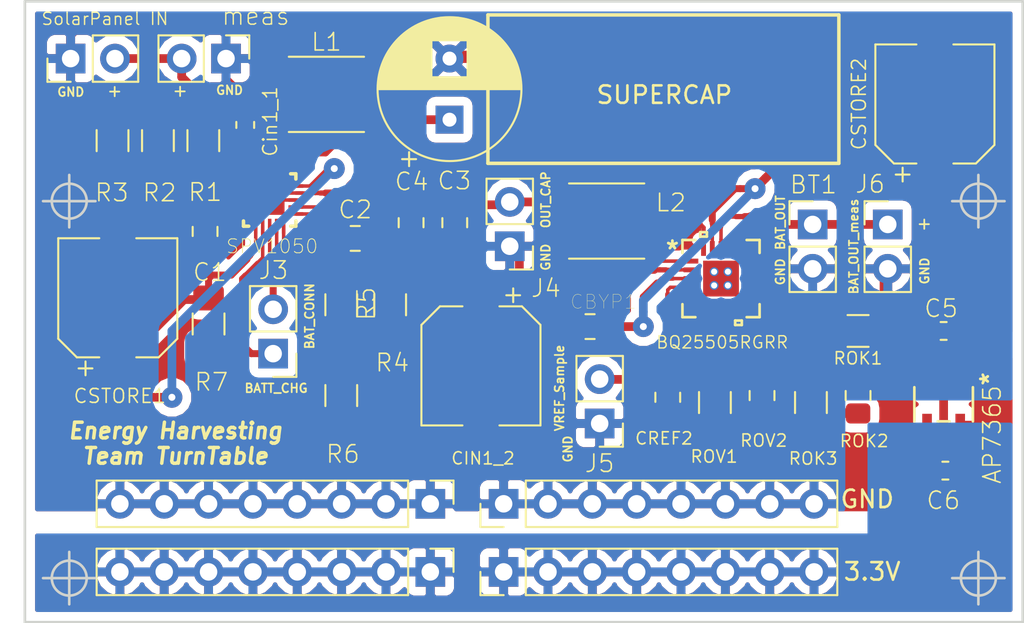
<source format=kicad_pcb>
(kicad_pcb (version 20171130) (host pcbnew "(5.0.1)-3")
  (layers (0 F.Cu signal) (31 B.Cu signal) (34 B.Paste user hide) (35 F.Paste user hide) (36 B.SilkS user) (37 F.SilkS user) (38 B.Mask user) (39 F.Mask user) (44 Edge.Cuts user))
  (net 0 "")
  (net 1 GND)
  (net 2 "Net-(BT1-Pad1)")
  (net 3 "Net-(C1-Pad2)")
  (net 4 "Net-(C2-Pad1)")
  (net 5 /BatteryLoader/input)
  (net 6 "Net-(C4-Pad1)")
  (net 7 "Net-(C5-Pad1)")
  (net 8 "Net-(C6-Pad1)")
  (net 9 "Net-(Cin1_1-Pad1)")
  (net 10 "Net-(CREF2-Pad1)")
  (net 11 "Net-(CSTORE1-Pad1)")
  (net 12 "Net-(J3-Pad1)")
  (net 13 "Net-(J3-Pad2)")
  (net 14 "Net-(L1-Pad2)")
  (net 15 "Net-(L1-Pad1)")
  (net 16 "Net-(L2-Pad1)")
  (net 17 "Net-(R1-Pad2)")
  (net 18 "Net-(R2-Pad2)")
  (net 19 "Net-(R4-Pad2)")
  (net 20 "Net-(R5-Pad1)")
  (net 21 "Net-(ROK1-Pad1)")
  (net 22 "Net-(ROK2-Pad1)")
  (net 23 "Net-(ROK3-Pad1)")
  (net 24 "Net-(ROV1-Pad1)")
  (net 25 "Net-(SUPERCAP1-Pad1)")
  (net 26 "Net-(U2-Pad9)")
  (net 27 "Net-(U2-Pad10)")
  (net 28 "Net-(U2-Pad13)")
  (net 29 "Net-(U2-Pad21)")
  (net 30 "Net-(U3-Pad4)")
  (module Connector_PinHeader_2.54mm:PinHeader_1x02_P2.54mm_Vertical (layer F.Cu) (at 164.5 96.6)
    (fp_text reference BT1 (at 0.0412 -2.2771) (layer F.SilkS) (effects (font (thickness 0.09))))
    (fp_text value Battery_Cell)
    (pad 2 thru_hole oval (at 0 2.54) (size 1.7 1.7) (drill 1) (layers *.Cu *.Mask) (net 1 GND))
    (pad 1 thru_hole rect (at 0 0) (size 1.7 1.7) (drill 1) (layers *.Cu *.Mask) (net 2 "Net-(BT1-Pad1)"))
  )
  (module Connector_PinHeader_2.54mm:PinHeader_1x02_P2.54mm_Vertical (layer F.Cu) (at 147.15 97.85 180)
    (fp_text reference J4 (at -2.075 -2.4038 180) (layer F.SilkS) (effects (font (thickness 0.09))))
    (fp_text value conn_supercap_meas_volt)
    (pad 1 thru_hole rect (at 0 0 180) (size 1.7 1.7) (drill 1) (layers *.Cu *.Mask) (net 1 GND))
    (pad 2 thru_hole oval (at 0 2.54 180) (size 1.7 1.7) (drill 1) (layers *.Cu *.Mask) (net 5 /BatteryLoader/input))
  )
  (module Capacitor_SMD:C_0805_2012Metric_Pad1.15x1.40mm_HandSolder (layer F.Cu) (at 129.7 97 90)
    (fp_text reference C1 (at -2.3394 0.2718 180) (layer F.SilkS) (effects (font (thickness 0.09))))
    (fp_text value "10 nF")
    (pad 2 smd roundrect (at 1.025 0 90) (size 1.15 1.4) (layers F.Cu F.Paste F.Mask) (roundrect_rratio 0.217391) (net 3 "Net-(C1-Pad2)"))
    (pad 1 smd roundrect (at -1.025 0 90) (size 1.15 1.4) (layers F.Cu F.Paste F.Mask) (roundrect_rratio 0.217391) (net 1 GND))
  )
  (module Capacitor_SMD:C_0805_2012Metric_Pad1.15x1.40mm_HandSolder (layer F.Cu) (at 138.3 97.4)
    (fp_text reference C2 (at 0 -1.65) (layer F.SilkS) (effects (font (thickness 0.09))))
    (fp_text value "470 nF")
    (pad 1 smd roundrect (at -1.025 0) (size 1.15 1.4) (layers F.Cu F.Paste F.Mask) (roundrect_rratio 0.217391) (net 4 "Net-(C2-Pad1)"))
    (pad 2 smd roundrect (at 1.025 0) (size 1.15 1.4) (layers F.Cu F.Paste F.Mask) (roundrect_rratio 0.217391) (net 1 GND))
  )
  (module Capacitor_SMD:C_0805_2012Metric_Pad1.15x1.40mm_HandSolder (layer F.Cu) (at 144 96.5 270)
    (fp_text reference C3 (at -2.4057 0.0201) (layer F.SilkS) (effects (font (thickness 0.09))))
    (fp_text value "100 nF")
    (pad 1 smd roundrect (at -1.025 0 270) (size 1.15 1.4) (layers F.Cu F.Paste F.Mask) (roundrect_rratio 0.217391) (net 5 /BatteryLoader/input))
    (pad 2 smd roundrect (at 1.025 0 270) (size 1.15 1.4) (layers F.Cu F.Paste F.Mask) (roundrect_rratio 0.217391) (net 1 GND))
  )
  (module Capacitor_SMD:C_0805_2012Metric_Pad1.15x1.40mm_HandSolder (layer F.Cu) (at 141.5 96.5 270)
    (fp_text reference C4 (at -2.3549 -0.0288) (layer F.SilkS) (effects (font (thickness 0.09))))
    (fp_text value "100 nF")
    (pad 2 smd roundrect (at 1.025 0 270) (size 1.15 1.4) (layers F.Cu F.Paste F.Mask) (roundrect_rratio 0.217391) (net 1 GND))
    (pad 1 smd roundrect (at -1.025 0 270) (size 1.15 1.4) (layers F.Cu F.Paste F.Mask) (roundrect_rratio 0.217391) (net 6 "Net-(C4-Pad1)"))
  )
  (module Capacitor_SMD:C_0603_1608Metric_Pad1.05x0.95mm_HandSolder (layer F.Cu) (at 172 102.7 180)
    (fp_text reference C5 (at 0.1436 1.2905 180) (layer F.SilkS) (effects (font (thickness 0.09))))
    (fp_text value 1u)
    (pad 1 smd roundrect (at -0.875 0 180) (size 1.05 0.95) (layers F.Cu F.Paste F.Mask) (net 7 "Net-(C5-Pad1)"))
    (pad 2 smd roundrect (at 0.875 0 180) (size 1.05 0.95) (layers F.Cu F.Paste F.Mask) (net 1 GND))
  )
  (module Capacitor_SMD:C_0603_1608Metric_Pad1.05x0.95mm_HandSolder (layer F.Cu) (at 172.1 110.7 180)
    (fp_text reference C6 (at 0.1166 -1.7077 180) (layer F.SilkS) (effects (font (thickness 0.09))))
    (fp_text value 1u)
    (pad 2 smd roundrect (at 0.875 0 180) (size 1.05 0.95) (layers F.Cu F.Paste F.Mask) (net 1 GND))
    (pad 1 smd roundrect (at -0.875 0 180) (size 1.05 0.95) (layers F.Cu F.Paste F.Mask) (net 8 "Net-(C6-Pad1)"))
  )
  (module Capacitor_SMD:C_0805_2012Metric_Pad1.15x1.40mm_HandSolder (layer F.Cu) (at 151.75 102.45 180)
    (fp_text reference CBYP1 (at -0.7643 1.4215 180) (layer F.SilkS) (effects (font (size 0.8 0.8) (thickness 0.02))))
    (fp_text value "0.1 uF")
    (pad 1 smd roundrect (at -1.025 0 180) (size 1.15 1.4) (layers F.Cu F.Paste F.Mask) (roundrect_rratio 0.217391) (net 7 "Net-(C5-Pad1)"))
    (pad 2 smd roundrect (at 1.025 0 180) (size 1.15 1.4) (layers F.Cu F.Paste F.Mask) (roundrect_rratio 0.217391) (net 1 GND))
  )
  (module Capacitor_SMD:C_0603_1608Metric_Pad1.05x0.95mm_HandSolder (layer F.Cu) (at 132 90.9 90)
    (fp_text reference Cin1_1 (at 0.1966 1.4262 270) (layer F.SilkS) (effects (font (size 0.8 0.8) (thickness 0.09))))
    (fp_text value "1 uF")
    (pad 1 smd roundrect (at -0.875 0 90) (size 1.05 0.95) (layers F.Cu F.Paste F.Mask) (net 9 "Net-(Cin1_1-Pad1)"))
    (pad 2 smd roundrect (at 0.875 0 90) (size 1.05 0.95) (layers F.Cu F.Paste F.Mask) (net 1 GND))
  )
  (module Capacitor_SMD:CP_Elec_6.3x5.3 (layer F.Cu) (at 145.5 104.7 270)
    (fp_text reference CIN1_2 (at 5.2947 -0.1182) (layer F.SilkS) (effects (font (size 0.7 0.7) (thickness 0.09))))
    (fp_text value "4.7 uF")
    (pad 2 smd rect (at 2.8 0 270) (size 3.5 1.6) (layers F.Cu F.Paste F.Mask) (net 1 GND))
    (pad 1 smd rect (at -2.8 0 270) (size 3.5 1.6) (layers F.Cu F.Paste F.Mask) (net 5 /BatteryLoader/input))
  )
  (module Capacitor_SMD:C_0805_2012Metric_Pad1.15x1.40mm_HandSolder (layer F.Cu) (at 156.2 106.5 270)
    (fp_text reference CREF2 (at 2.3517 0.2186) (layer F.SilkS) (effects (font (size 0.7 0.7) (thickness 0.09))))
    (fp_text value "100 nF")
    (pad 2 smd roundrect (at 1.025 0 270) (size 1.15 1.4) (layers F.Cu F.Paste F.Mask) (roundrect_rratio 0.217391) (net 1 GND))
    (pad 1 smd roundrect (at -1.025 0 270) (size 1.15 1.4) (layers F.Cu F.Paste F.Mask) (roundrect_rratio 0.217391) (net 10 "Net-(CREF2-Pad1)"))
  )
  (module Capacitor_SMD:CP_Elec_6.3x5.3 (layer F.Cu) (at 171.5 89.7 90)
    (fp_text reference CSTORE2 (at 0 -4.35 90) (layer F.SilkS) (effects (font (size 0.8 0.8) (thickness 0.09))))
    (fp_text value "4.7 uF")
    (pad 1 smd rect (at -2.8 0 90) (size 3.5 1.6) (layers F.Cu F.Paste F.Mask) (net 7 "Net-(C5-Pad1)"))
    (pad 2 smd rect (at 2.8 0 90) (size 3.5 1.6) (layers F.Cu F.Paste F.Mask) (net 1 GND))
  )
  (module Capacitor_SMD:CP_Elec_6.3x5.3 (layer F.Cu) (at 124.7 100.8 90)
    (fp_text reference CSTORE1 (at -5.626 0.1156 180) (layer F.SilkS) (effects (font (size 0.8 0.8) (thickness 0.09))))
    (fp_text value "47 uF")
    (pad 1 smd rect (at -2.8 0 90) (size 3.5 1.6) (layers F.Cu F.Paste F.Mask) (net 11 "Net-(CSTORE1-Pad1)"))
    (pad 2 smd rect (at 2.8 0 90) (size 3.5 1.6) (layers F.Cu F.Paste F.Mask) (net 1 GND))
  )
  (module Connector_PinHeader_2.54mm:PinHeader_1x02_P2.54mm_Vertical (layer F.Cu) (at 122 87.1 90)
    (fp_text reference "SolarPanel IN" (at 2.2767 1.9647 180) (layer F.SilkS) (effects (font (size 0.7 0.7) (thickness 0.08))))
    (fp_text value conn_solarpanel)
    (pad 2 thru_hole oval (at 0 2.54 90) (size 1.7 1.7) (drill 1) (layers *.Cu *.Mask) (net 9 "Net-(Cin1_1-Pad1)"))
    (pad 1 thru_hole rect (at 0 0 90) (size 1.7 1.7) (drill 1) (layers *.Cu *.Mask) (net 1 GND))
  )
  (module Connector_PinHeader_2.54mm:PinHeader_1x02_P2.54mm_Vertical (layer F.Cu) (at 130.9 87.1 270)
    (fp_text reference meas (at -2.4291 -1.7007 180) (layer F.SilkS) (effects (font (thickness 0.08))))
    (fp_text value conn_meas_solarpanel)
    (pad 2 thru_hole oval (at 0 2.54 270) (size 1.7 1.7) (drill 1) (layers *.Cu *.Mask) (net 9 "Net-(Cin1_1-Pad1)"))
    (pad 1 thru_hole rect (at 0 0 270) (size 1.7 1.7) (drill 1) (layers *.Cu *.Mask) (net 1 GND))
  )
  (module Connector_PinHeader_2.54mm:PinHeader_1x02_P2.54mm_Vertical (layer F.Cu) (at 133.6 104 180)
    (fp_text reference J3 (at -0.0167 4.7749 180) (layer F.SilkS) (effects (font (thickness 0.09))))
    (fp_text value output_connect_pins)
    (pad 1 thru_hole rect (at 0 0 180) (size 1.7 1.7) (drill 1) (layers *.Cu *.Mask) (net 12 "Net-(J3-Pad1)"))
    (pad 2 thru_hole oval (at 0 2.54 180) (size 1.7 1.7) (drill 1) (layers *.Cu *.Mask) (net 13 "Net-(J3-Pad2)"))
  )
  (module Connector_PinHeader_2.54mm:PinHeader_1x02_P2.54mm_Vertical (layer F.Cu) (at 152.3 108 180)
    (fp_text reference J5 (at 0.0016 -2.2868 180) (layer F.SilkS) (effects (font (thickness 0.09))))
    (fp_text value conn_meas_VREF_Sample)
    (pad 1 thru_hole rect (at 0 0 180) (size 1.7 1.7) (drill 1) (layers *.Cu *.Mask) (net 1 GND))
    (pad 2 thru_hole oval (at 0 2.54 180) (size 1.7 1.7) (drill 1) (layers *.Cu *.Mask) (net 10 "Net-(CREF2-Pad1)"))
  )
  (module Connector_PinHeader_2.54mm:PinHeader_1x02_P2.54mm_Vertical (layer F.Cu) (at 168.8 96.6)
    (fp_text reference J6 (at -1.0076 -2.3152) (layer F.SilkS) (effects (font (thickness 0.09))))
    (fp_text value conn_meas_battery)
    (pad 1 thru_hole rect (at 0 0) (size 1.7 1.7) (drill 1) (layers *.Cu *.Mask) (net 2 "Net-(BT1-Pad1)"))
    (pad 2 thru_hole oval (at 0 2.54) (size 1.7 1.7) (drill 1) (layers *.Cu *.Mask) (net 1 GND))
  )
  (module Connector_PinHeader_2.54mm:PinHeader_1x08_P2.54mm_Vertical (layer F.Cu) (at 142.6 116.5 270)
    (fp_text reference 3.3V (at -0.0156 -25.3067) (layer F.SilkS))
    (fp_text value Conn_3V3_2)
    (pad 8 thru_hole oval (at 0 17.78 270) (size 1.7 1.7) (drill 1) (layers *.Cu *.Mask) (net 8 "Net-(C6-Pad1)"))
    (pad 7 thru_hole oval (at 0 15.24 270) (size 1.7 1.7) (drill 1) (layers *.Cu *.Mask) (net 8 "Net-(C6-Pad1)"))
    (pad 6 thru_hole oval (at 0 12.7 270) (size 1.7 1.7) (drill 1) (layers *.Cu *.Mask) (net 8 "Net-(C6-Pad1)"))
    (pad 5 thru_hole oval (at 0 10.16 270) (size 1.7 1.7) (drill 1) (layers *.Cu *.Mask) (net 8 "Net-(C6-Pad1)"))
    (pad 4 thru_hole oval (at 0 7.62 270) (size 1.7 1.7) (drill 1) (layers *.Cu *.Mask) (net 8 "Net-(C6-Pad1)"))
    (pad 3 thru_hole oval (at 0 5.08 270) (size 1.7 1.7) (drill 1) (layers *.Cu *.Mask) (net 8 "Net-(C6-Pad1)"))
    (pad 2 thru_hole oval (at 0 2.54 270) (size 1.7 1.7) (drill 1) (layers *.Cu *.Mask) (net 8 "Net-(C6-Pad1)"))
    (pad 1 thru_hole rect (at 0 0 270) (size 1.7 1.7) (drill 1) (layers *.Cu *.Mask) (net 8 "Net-(C6-Pad1)"))
  )
  (module Connector_PinHeader_2.54mm:PinHeader_1x08_P2.54mm_Vertical (layer F.Cu) (at 146.8 116.5 90)
    (fp_text reference "" (at -0.1114 -25.1848 180) (layer F.SilkS))
    (fp_text value Conn_3V3)
    (pad 1 thru_hole rect (at 0 0 90) (size 1.7 1.7) (drill 1) (layers *.Cu *.Mask) (net 8 "Net-(C6-Pad1)"))
    (pad 2 thru_hole oval (at 0 2.54 90) (size 1.7 1.7) (drill 1) (layers *.Cu *.Mask) (net 8 "Net-(C6-Pad1)"))
    (pad 3 thru_hole oval (at 0 5.08 90) (size 1.7 1.7) (drill 1) (layers *.Cu *.Mask) (net 8 "Net-(C6-Pad1)"))
    (pad 4 thru_hole oval (at 0 7.62 90) (size 1.7 1.7) (drill 1) (layers *.Cu *.Mask) (net 8 "Net-(C6-Pad1)"))
    (pad 5 thru_hole oval (at 0 10.16 90) (size 1.7 1.7) (drill 1) (layers *.Cu *.Mask) (net 8 "Net-(C6-Pad1)"))
    (pad 6 thru_hole oval (at 0 12.7 90) (size 1.7 1.7) (drill 1) (layers *.Cu *.Mask) (net 8 "Net-(C6-Pad1)"))
    (pad 7 thru_hole oval (at 0 15.24 90) (size 1.7 1.7) (drill 1) (layers *.Cu *.Mask) (net 8 "Net-(C6-Pad1)"))
    (pad 8 thru_hole oval (at 0 17.78 90) (size 1.7 1.7) (drill 1) (layers *.Cu *.Mask) (net 8 "Net-(C6-Pad1)"))
  )
  (module Connector_PinHeader_2.54mm:PinHeader_1x08_P2.54mm_Vertical (layer F.Cu) (at 146.8 112.6 90)
    (fp_text reference GND (at 0.2685 20.8273 180) (layer F.SilkS))
    (fp_text value Conn_GND)
    (pad 8 thru_hole oval (at 0 17.78 90) (size 1.7 1.7) (drill 1) (layers *.Cu *.Mask) (net 1 GND))
    (pad 7 thru_hole oval (at 0 15.24 90) (size 1.7 1.7) (drill 1) (layers *.Cu *.Mask) (net 1 GND))
    (pad 6 thru_hole oval (at 0 12.7 90) (size 1.7 1.7) (drill 1) (layers *.Cu *.Mask) (net 1 GND))
    (pad 5 thru_hole oval (at 0 10.16 90) (size 1.7 1.7) (drill 1) (layers *.Cu *.Mask) (net 1 GND))
    (pad 4 thru_hole oval (at 0 7.62 90) (size 1.7 1.7) (drill 1) (layers *.Cu *.Mask) (net 1 GND))
    (pad 3 thru_hole oval (at 0 5.08 90) (size 1.7 1.7) (drill 1) (layers *.Cu *.Mask) (net 1 GND))
    (pad 2 thru_hole oval (at 0 2.54 90) (size 1.7 1.7) (drill 1) (layers *.Cu *.Mask) (net 1 GND))
    (pad 1 thru_hole rect (at 0 0 90) (size 1.7 1.7) (drill 1) (layers *.Cu *.Mask) (net 1 GND))
  )
  (module Connector_PinHeader_2.54mm:PinHeader_1x08_P2.54mm_Vertical (layer F.Cu) (at 142.6 112.6 270)
    (fp_text reference "" (at 0.0744 21.0991) (layer F.SilkS))
    (fp_text value Conn_GND_2)
    (pad 1 thru_hole rect (at 0 0 270) (size 1.7 1.7) (drill 1) (layers *.Cu *.Mask) (net 1 GND))
    (pad 2 thru_hole oval (at 0 2.54 270) (size 1.7 1.7) (drill 1) (layers *.Cu *.Mask) (net 1 GND))
    (pad 3 thru_hole oval (at 0 5.08 270) (size 1.7 1.7) (drill 1) (layers *.Cu *.Mask) (net 1 GND))
    (pad 4 thru_hole oval (at 0 7.62 270) (size 1.7 1.7) (drill 1) (layers *.Cu *.Mask) (net 1 GND))
    (pad 5 thru_hole oval (at 0 10.16 270) (size 1.7 1.7) (drill 1) (layers *.Cu *.Mask) (net 1 GND))
    (pad 6 thru_hole oval (at 0 12.7 270) (size 1.7 1.7) (drill 1) (layers *.Cu *.Mask) (net 1 GND))
    (pad 7 thru_hole oval (at 0 15.24 270) (size 1.7 1.7) (drill 1) (layers *.Cu *.Mask) (net 1 GND))
    (pad 8 thru_hole oval (at 0 17.78 270) (size 1.7 1.7) (drill 1) (layers *.Cu *.Mask) (net 1 GND))
  )
  (module Inductor_SMD:L_Coilcraft_XxL4040 (layer F.Cu) (at 136.65 89.15)
    (fp_text reference L1 (at 0 -3) (layer F.SilkS) (effects (font (thickness 0.09))))
    (fp_text value "22 uH")
    (pad 2 smd rect (at 1.185 0) (size 0.98 3.4) (layers F.Cu F.Paste F.Mask) (net 14 "Net-(L1-Pad2)"))
    (pad 1 smd rect (at -1.185 0) (size 0.98 3.4) (layers F.Cu F.Paste F.Mask) (net 15 "Net-(L1-Pad1)"))
  )
  (module Inductor_SMD:L_Coilcraft_XxL4040 (layer F.Cu) (at 152.7 96.4057 180)
    (fp_text reference L2 (at -3.6751 1.0541 180) (layer F.SilkS) (effects (font (thickness 0.09))))
    (fp_text value "22 uH")
    (pad 1 smd rect (at -1.185 0 180) (size 0.98 3.4) (layers F.Cu F.Paste F.Mask) (net 16 "Net-(L2-Pad1)"))
    (pad 2 smd rect (at 1.185 0 180) (size 0.98 3.4) (layers F.Cu F.Paste F.Mask) (net 5 /BatteryLoader/input))
  )
  (module Resistor_SMD:R_1206_3216Metric_Pad1.42x1.75mm_HandSolder (layer F.Cu) (at 129.6 91.8 270)
    (fp_text reference R1 (at 2.9547 -0.1051) (layer F.SilkS) (effects (font (thickness 0.09))))
    (fp_text value "10 M")
    (pad 2 smd roundrect (at 1.4875 0 270) (size 1.425 1.75) (layers F.Cu F.Paste F.Mask) (roundrect_rratio 0.175439) (net 17 "Net-(R1-Pad2)"))
    (pad 1 smd roundrect (at -1.4875 0 270) (size 1.425 1.75) (layers F.Cu F.Paste F.Mask) (roundrect_rratio 0.175439) (net 9 "Net-(Cin1_1-Pad1)"))
  )
  (module Resistor_SMD:R_1206_3216Metric_Pad1.42x1.75mm_HandSolder (layer F.Cu) (at 127 91.8 90)
    (fp_text reference R2 (at -2.9801 0.0889 180) (layer F.SilkS) (effects (font (thickness 0.09))))
    (fp_text value "560 K")
    (pad 1 smd roundrect (at -1.4875 0 90) (size 1.425 1.75) (layers F.Cu F.Paste F.Mask) (roundrect_rratio 0.175439) (net 17 "Net-(R1-Pad2)"))
    (pad 2 smd roundrect (at 1.4875 0 90) (size 1.425 1.75) (layers F.Cu F.Paste F.Mask) (roundrect_rratio 0.175439) (net 18 "Net-(R2-Pad2)"))
  )
  (module Resistor_SMD:R_1206_3216Metric_Pad1.42x1.75mm_HandSolder (layer F.Cu) (at 124.4 91.8 90)
    (fp_text reference R3 (at -2.9801 -0.0416 180) (layer F.SilkS) (effects (font (thickness 0.09))))
    (fp_text value "2.7 M")
    (pad 1 smd roundrect (at -1.4875 0 90) (size 1.425 1.75) (layers F.Cu F.Paste F.Mask) (roundrect_rratio 0.175439) (net 18 "Net-(R2-Pad2)"))
    (pad 2 smd roundrect (at 1.4875 0 90) (size 1.425 1.75) (layers F.Cu F.Paste F.Mask) (roundrect_rratio 0.175439) (net 1 GND))
  )
  (module Resistor_SMD:R_1206_3216Metric_Pad1.42x1.75mm_HandSolder (layer F.Cu) (at 140.3 101.2 270)
    (fp_text reference R4 (at 3.321 -0.1239) (layer F.SilkS) (effects (font (thickness 0.09))))
    (fp_text value "3.9 M")
    (pad 2 smd roundrect (at 1.4875 0 270) (size 1.425 1.75) (layers F.Cu F.Paste F.Mask) (roundrect_rratio 0.175439) (net 19 "Net-(R4-Pad2)"))
    (pad 1 smd roundrect (at -1.4875 0 270) (size 1.425 1.75) (layers F.Cu F.Paste F.Mask) (roundrect_rratio 0.175439) (net 4 "Net-(C2-Pad1)"))
  )
  (module Resistor_SMD:R_1206_3216Metric_Pad1.42x1.75mm_HandSolder (layer F.Cu) (at 137.5 101.2 90)
    (fp_text reference R5 (at 0.0572 1.438 90) (layer F.SilkS) (effects (font (thickness 0.09))))
    (fp_text value "1.5 M")
    (pad 1 smd roundrect (at -1.4875 0 90) (size 1.425 1.75) (layers F.Cu F.Paste F.Mask) (roundrect_rratio 0.175439) (net 20 "Net-(R5-Pad1)"))
    (pad 2 smd roundrect (at 1.4875 0 90) (size 1.425 1.75) (layers F.Cu F.Paste F.Mask) (roundrect_rratio 0.175439) (net 4 "Net-(C2-Pad1)"))
  )
  (module Resistor_SMD:R_1206_3216Metric_Pad1.42x1.75mm_HandSolder (layer F.Cu) (at 137.5 106.4 90)
    (fp_text reference R6 (at -3.3534 0.0918 180) (layer F.SilkS) (effects (font (thickness 0.09))))
    (fp_text value "7.5 M")
    (pad 2 smd roundrect (at 1.4875 0 90) (size 1.425 1.75) (layers F.Cu F.Paste F.Mask) (roundrect_rratio 0.175439) (net 20 "Net-(R5-Pad1)"))
    (pad 1 smd roundrect (at -1.4875 0 90) (size 1.425 1.75) (layers F.Cu F.Paste F.Mask) (roundrect_rratio 0.175439) (net 1 GND))
  )
  (module Resistor_SMD:R_1206_3216Metric_Pad1.42x1.75mm_HandSolder (layer F.Cu) (at 129.9 102.3 90)
    (fp_text reference R7 (at -3.3259 0.1607 180) (layer F.SilkS) (effects (font (thickness 0.09))))
    (fp_text value "3.3 M")
    (pad 1 smd roundrect (at -1.4875 0 90) (size 1.425 1.75) (layers F.Cu F.Paste F.Mask) (roundrect_rratio 0.175439) (net 19 "Net-(R4-Pad2)"))
    (pad 2 smd roundrect (at 1.4875 0 90) (size 1.425 1.75) (layers F.Cu F.Paste F.Mask) (roundrect_rratio 0.175439) (net 11 "Net-(CSTORE1-Pad1)"))
  )
  (module Resistor_SMD:R_1206_3216Metric_Pad1.42x1.75mm_HandSolder (layer F.Cu) (at 167.1 102.7)
    (fp_text reference ROK1 (at -0.0061 1.567) (layer F.SilkS) (effects (font (size 0.7 0.7) (thickness 0.09))))
    (fp_text value 5.23)
    (pad 2 smd roundrect (at 1.4875 0) (size 1.425 1.75) (layers F.Cu F.Paste F.Mask) (roundrect_rratio 0.175439) (net 1 GND))
    (pad 1 smd roundrect (at -1.4875 0) (size 1.425 1.75) (layers F.Cu F.Paste F.Mask) (roundrect_rratio 0.175439) (net 21 "Net-(ROK1-Pad1)"))
  )
  (module Resistor_SMD:R_0805_2012Metric_Pad1.15x1.40mm_HandSolder (layer F.Cu) (at 167.1 106.4 90)
    (fp_text reference ROK2 (at -2.6041 0.3495 180) (layer F.SilkS) (effects (font (size 0.7 0.7) (thickness 0.09))))
    (fp_text value "6.34 M")
    (pad 1 smd roundrect (at -1.025 0 90) (size 1.15 1.4) (layers F.Cu F.Paste F.Mask) (roundrect_rratio 0.217391) (net 22 "Net-(ROK2-Pad1)"))
    (pad 2 smd roundrect (at 1.025 0 90) (size 1.15 1.4) (layers F.Cu F.Paste F.Mask) (roundrect_rratio 0.217391) (net 21 "Net-(ROK1-Pad1)"))
  )
  (module Resistor_SMD:R_1206_3216Metric_Pad1.42x1.75mm_HandSolder (layer F.Cu) (at 164.4 106.8 90)
    (fp_text reference ROK3 (at -3.2074 0.1285 180) (layer F.SilkS) (effects (font (size 0.7 0.7) (thickness 0.09))))
    (fp_text value "1.3 M")
    (pad 1 smd roundrect (at -1.4875 0 90) (size 1.425 1.75) (layers F.Cu F.Paste F.Mask) (roundrect_rratio 0.175439) (net 23 "Net-(ROK3-Pad1)"))
    (pad 2 smd roundrect (at 1.4875 0 90) (size 1.425 1.75) (layers F.Cu F.Paste F.Mask) (roundrect_rratio 0.175439) (net 22 "Net-(ROK2-Pad1)"))
  )
  (module Resistor_SMD:R_1206_3216Metric_Pad1.42x1.75mm_HandSolder (layer F.Cu) (at 158.9 106.8 270)
    (fp_text reference ROV1 (at 3.0931 0.0484) (layer F.SilkS) (effects (font (size 0.7 0.7) (thickness 0.09))))
    (fp_text value "5.62 M")
    (pad 2 smd roundrect (at 1.4875 0 270) (size 1.425 1.75) (layers F.Cu F.Paste F.Mask) (roundrect_rratio 0.175439) (net 1 GND))
    (pad 1 smd roundrect (at -1.4875 0 270) (size 1.425 1.75) (layers F.Cu F.Paste F.Mask) (roundrect_rratio 0.175439) (net 24 "Net-(ROV1-Pad1)"))
  )
  (module Resistor_SMD:R_0805_2012Metric_Pad1.15x1.40mm_HandSolder (layer F.Cu) (at 161.6 106.4 90)
    (fp_text reference ROV2 (at -2.5787 0.0964 180) (layer F.SilkS) (effects (font (size 0.7 0.7) (thickness 0.09))))
    (fp_text value "7.32 M")
    (pad 2 smd roundrect (at 1.025 0 90) (size 1.15 1.4) (layers F.Cu F.Paste F.Mask) (roundrect_rratio 0.217391) (net 24 "Net-(ROV1-Pad1)"))
    (pad 1 smd roundrect (at -1.025 0 90) (size 1.15 1.4) (layers F.Cu F.Paste F.Mask) (roundrect_rratio 0.217391) (net 23 "Net-(ROK3-Pad1)"))
  )
  (module Capacitor_THT:CP_Radial_D8.0mm_P3.50mm (layer F.Cu) (at 143.7 90.6 90)
    (fp_text reference SUPERCAP (at 1.4206 12.3068 180) (layer F.SilkS))
    (fp_text value "3.3 F")
    (pad 2 thru_hole circle (at 3.5 0 90) (size 1.6 1.6) (drill 0.8) (layers *.Cu *.Mask) (net 1 GND))
    (pad 1 thru_hole rect (at 0 0 90) (size 1.6 1.6) (drill 0.8) (layers *.Cu *.Mask) (net 25 "Net-(SUPERCAP1-Pad1)"))
  )
  (module extraFootprints:QFN40P300X300X100-21N (layer F.Cu) (at 133.4 95.2)
    (fp_text reference SPV1050 (at 0.1405 2.6535) (layer F.SilkS) (effects (font (size 0.8 0.8) (thickness 0.05))))
    (fp_text value SPV1050TTR)
    (pad 1 smd rect (at -1.5 -0.8) (size 0.85 0.2) (layers F.Cu F.Paste F.Mask) (net 17 "Net-(R1-Pad2)"))
    (pad 2 smd rect (at -1.5 -0.4) (size 0.85 0.2) (layers F.Cu F.Paste F.Mask) (net 18 "Net-(R2-Pad2)"))
    (pad 3 smd rect (at -1.5 0) (size 0.85 0.2) (layers F.Cu F.Paste F.Mask) (net 3 "Net-(C1-Pad2)"))
    (pad 4 smd rect (at -1.5 0.4) (size 0.85 0.2) (layers F.Cu F.Paste F.Mask) (net 1 GND))
    (pad 5 smd rect (at -1.5 0.8) (size 0.85 0.2) (layers F.Cu F.Paste F.Mask) (net 1 GND))
    (pad 6 smd rect (at -0.8 1.5) (size 0.2 0.85) (layers F.Cu F.Paste F.Mask) (net 11 "Net-(CSTORE1-Pad1)"))
    (pad 7 smd rect (at -0.4 1.5) (size 0.2 0.85) (layers F.Cu F.Paste F.Mask) (net 12 "Net-(J3-Pad1)"))
    (pad 8 smd rect (at 0 1.5) (size 0.2 0.85) (layers F.Cu F.Paste F.Mask) (net 13 "Net-(J3-Pad2)"))
    (pad 9 smd rect (at 0.4 1.5) (size 0.2 0.85) (layers F.Cu F.Paste F.Mask) (net 20 "Net-(R5-Pad1)"))
    (pad 10 smd rect (at 0.8 1.5) (size 0.2 0.85) (layers F.Cu F.Paste F.Mask) (net 4 "Net-(C2-Pad1)"))
    (pad 11 smd rect (at 1.5 0.8) (size 0.85 0.2) (layers F.Cu F.Paste F.Mask) (net 6 "Net-(C4-Pad1)"))
    (pad 12 smd rect (at 1.5 0.4) (size 0.85 0.2) (layers F.Cu F.Paste F.Mask) (net 5 /BatteryLoader/input))
    (pad 13 smd rect (at 1.5 0) (size 0.85 0.2) (layers F.Cu F.Paste F.Mask) (net 1 GND))
    (pad 14 smd rect (at 1.5 -0.4) (size 0.85 0.2) (layers F.Cu F.Paste F.Mask) (net 25 "Net-(SUPERCAP1-Pad1)"))
    (pad 15 smd rect (at 1.5 -0.8) (size 0.85 0.2) (layers F.Cu F.Paste F.Mask) (net 11 "Net-(CSTORE1-Pad1)"))
    (pad 16 smd rect (at 0.8 -1.5) (size 0.2 0.85) (layers F.Cu F.Paste F.Mask) (net 14 "Net-(L1-Pad2)"))
    (pad 17 smd rect (at 0.4 -1.5) (size 0.2 0.85) (layers F.Cu F.Paste F.Mask))
    (pad 18 smd rect (at 0 -1.5) (size 0.2 0.85) (layers F.Cu F.Paste F.Mask) (net 1 GND))
    (pad 19 smd rect (at -0.4 -1.5) (size 0.2 0.85) (layers F.Cu F.Paste F.Mask) (net 15 "Net-(L1-Pad1)"))
    (pad 20 smd rect (at -0.8 -1.5) (size 0.2 0.85) (layers F.Cu F.Paste F.Mask) (net 9 "Net-(Cin1_1-Pad1)"))
    (pad 21 smd rect (at 0 0) (size 1.7 1.7) (layers F.Cu F.Mask) (net 1 GND))
  )
  (module extraFootprints:BQ25505RGRR (layer F.Cu) (at 159.25 99.7)
    (fp_text reference "" (at 0.7319 -3.2181) (layer F.SilkS))
    (fp_text value BQ25505RGRR (at 0.0715 3.6526) (layer F.SilkS) (effects (font (size 0.7 0.7) (thickness 0.08))))
    (fp_text user * (at -2.785 -1.631) (layer F.SilkS))
    (fp_text user * (at -2.785 -1.631) (layer F.SilkS))
    (pad 1 smd rect (at -1.725 -1.000001 90) (size 0.28 0.85) (layers F.Cu F.Paste F.Mask) (net 1 GND))
    (pad 2 smd rect (at -1.725 -0.499999 90) (size 0.28 0.85) (layers F.Cu F.Paste F.Mask) (net 5 /BatteryLoader/input))
    (pad 3 smd rect (at -1.725 0 90) (size 0.28 0.85) (layers F.Cu F.Paste F.Mask) (net 7 "Net-(C5-Pad1)"))
    (pad 4 smd rect (at -1.725 0.499999 90) (size 0.28 0.85) (layers F.Cu F.Paste F.Mask) (net 10 "Net-(CREF2-Pad1)"))
    (pad 5 smd rect (at -1.725 1.000001 90) (size 0.28 0.85) (layers F.Cu F.Paste F.Mask) (net 1 GND))
    (pad 6 smd rect (at -1.000252 1.725) (size 0.28 0.85) (layers F.Cu F.Paste F.Mask) (net 1 GND))
    (pad 7 smd rect (at -0.500126 1.725) (size 0.28 0.85) (layers F.Cu F.Paste F.Mask) (net 24 "Net-(ROV1-Pad1)"))
    (pad 8 smd rect (at 0 1.725) (size 0.28 0.85) (layers F.Cu F.Paste F.Mask) (net 23 "Net-(ROK3-Pad1)"))
    (pad 9 smd rect (at 0.500126 1.725) (size 0.28 0.85) (layers F.Cu F.Paste F.Mask) (net 26 "Net-(U2-Pad9)"))
    (pad 10 smd rect (at 1.000252 1.725) (size 0.28 0.85) (layers F.Cu F.Paste F.Mask) (net 27 "Net-(U2-Pad10)"))
    (pad 11 smd rect (at 1.725 1.000001 90) (size 0.28 0.85) (layers F.Cu F.Paste F.Mask) (net 22 "Net-(ROK2-Pad1)"))
    (pad 12 smd rect (at 1.725 0.499999 90) (size 0.28 0.85) (layers F.Cu F.Paste F.Mask) (net 21 "Net-(ROK1-Pad1)"))
    (pad 13 smd rect (at 1.725 0 90) (size 0.28 0.85) (layers F.Cu F.Paste F.Mask) (net 28 "Net-(U2-Pad13)"))
    (pad 14 smd rect (at 1.725 -0.499999 90) (size 0.28 0.85) (layers F.Cu F.Paste F.Mask) (net 1 GND))
    (pad 15 smd rect (at 1.725 -1.000001 90) (size 0.28 0.85) (layers F.Cu F.Paste F.Mask) (net 1 GND))
    (pad 16 smd rect (at 1.000252 -1.725) (size 0.28 0.85) (layers F.Cu F.Paste F.Mask) (net 1 GND))
    (pad 17 smd rect (at 0.500126 -1.725) (size 0.28 0.85) (layers F.Cu F.Paste F.Mask) (net 1 GND))
    (pad 18 smd rect (at 0 -1.725) (size 0.28 0.85) (layers F.Cu F.Paste F.Mask) (net 2 "Net-(BT1-Pad1)"))
    (pad 19 smd rect (at -0.500126 -1.725) (size 0.28 0.85) (layers F.Cu F.Paste F.Mask) (net 7 "Net-(C5-Pad1)"))
    (pad 20 smd rect (at -1.000252 -1.725) (size 0.28 0.85) (layers F.Cu F.Paste F.Mask) (net 16 "Net-(L2-Pad1)"))
    (pad 21 smd rect (at 0 0) (size 2.05 2.05) (layers F.Cu F.Paste F.Mask) (net 29 "Net-(U2-Pad21)"))
    (pad V thru_hole circle (at -0.3937 0.3937) (size 0.508 0.508) (drill 0.35) (layers *.Cu *.Mask))
    (pad V thru_hole circle (at -0.3937 -0.3937) (size 0.508 0.508) (drill 0.35) (layers *.Cu *.Mask))
    (pad V thru_hole circle (at 0.3937 0.3937) (size 0.508 0.508) (drill 0.35) (layers *.Cu *.Mask))
    (pad V thru_hole circle (at 0.3937 -0.3937) (size 0.508 0.508) (drill 0.35) (layers *.Cu *.Mask))
  )
  (module extraFootprints:AP7365-WG-7 (layer F.Cu) (at 172 106.9 270)
    (fp_text reference "" (at -1.4011 2.5693 270) (layer F.SilkS) (effects (font (thickness 0.09))))
    (fp_text value AP7365 (at 1.7358 -2.7774 270) (layer F.SilkS) (effects (font (thickness 0.09))))
    (fp_text user * (at -1.454 -2.6438 270) (layer F.SilkS))
    (fp_text user * (at -1.454 -2.6438 270) (layer F.SilkS))
    (pad 1 smd rect (at -1.2 -0.950001 270) (size 1.3112 0.5508) (layers F.Cu F.Paste F.Mask) (net 7 "Net-(C5-Pad1)"))
    (pad 2 smd rect (at -1.2 0 270) (size 1.3112 0.5508) (layers F.Cu F.Paste F.Mask) (net 1 GND))
    (pad 3 smd rect (at -1.2 0.950001 270) (size 1.3112 0.5508) (layers F.Cu F.Paste F.Mask) (net 7 "Net-(C5-Pad1)"))
    (pad 4 smd rect (at 1.2 0.950001 270) (size 1.3112 0.5508) (layers F.Cu F.Paste F.Mask) (net 30 "Net-(U3-Pad4)"))
    (pad 5 smd rect (at 1.2 -0.950001 270) (size 1.3112 0.5508) (layers F.Cu F.Paste F.Mask) (net 8 "Net-(C6-Pad1)"))
  )
  (target plus (at 121.92 95.265556) (size 3) (width 0.15) (layer Edge.Cuts))
  (target plus (at 173.99 95.265556) (size 3) (width 0.15) (layer Edge.Cuts))
  (target plus (at 121.92 116.855556) (size 3) (width 0.15) (layer Edge.Cuts))
  (target plus (at 173.99 116.855556) (size 3) (width 0.15) (layer Edge.Cuts))
  (gr_text "Energy Harvesting\nTeam TurnTable" (at 128.016 109.1438) (layer F.SilkS) (effects (font (size 0.9 0.9) (thickness 0.2) italic)))
  (gr_text + (at 170.8912 96.5327) (layer F.SilkS) (effects (font (size 0.7 0.7) (thickness 0.1))))
  (gr_text "BAT_OUT_meas\n" (at 166.8526 97.8662 90) (layer F.SilkS) (effects (font (size 0.5 0.5) (thickness 0.1))))
  (gr_text BAT_OUT (at 162.6489 96.4946 90) (layer F.SilkS) (effects (font (size 0.5 0.5) (thickness 0.1))))
  (gr_text GND (at 170.9166 99.2632 90) (layer F.SilkS) (effects (font (size 0.5 0.5) (thickness 0.1))))
  (gr_text GND (at 162.6489 99.314 90) (layer F.SilkS) (effects (font (size 0.5 0.5) (thickness 0.1))))
  (gr_text VREF_Sample (at 149.9997 105.9688 90) (layer F.SilkS) (effects (font (size 0.5 0.5) (thickness 0.1))))
  (gr_text GND (at 150.4823 109.4613 90) (layer F.SilkS) (effects (font (size 0.5 0.5) (thickness 0.1))))
  (gr_text GND (at 149.2123 98.4758 90) (layer F.SilkS) (effects (font (size 0.5 0.5) (thickness 0.1))))
  (gr_text OUT_CAP (at 149.2123 95.1865 90) (layer F.SilkS) (effects (font (size 0.5 0.5) (thickness 0.1))))
  (gr_text BATT_CHG (at 133.7691 105.9815) (layer F.SilkS) (effects (font (size 0.5 0.5) (thickness 0.1))))
  (gr_text BAT_CONN (at 135.6868 101.854 90) (layer F.SilkS) (effects (font (size 0.5 0.5) (thickness 0.1))))
  (gr_text GND (at 131.1021 88.9127) (layer F.SilkS) (effects (font (size 0.5 0.5) (thickness 0.1))))
  (gr_text GND (at 122.0089 89.0143) (layer F.SilkS) (effects (font (size 0.5 0.5) (thickness 0.1))))
  (gr_text + (at 124.5235 88.9381) (layer F.SilkS) (effects (font (size 0.7 0.7) (thickness 0.1))))
  (gr_text + (at 128.27 88.9254) (layer F.SilkS) (effects (font (size 0.7 0.7) (thickness 0.1))))
  (gr_line (start 119.38 119.38) (end 119.38 83.82) (layer Edge.Cuts) (width 0.15))
  (gr_line (start 176.53 119.38) (end 119.38 119.38) (layer Edge.Cuts) (width 0.15))
  (gr_line (start 176.53 83.82) (end 176.53 119.38) (layer Edge.Cuts) (width 0.15))
  (gr_line (start 119.38 83.82) (end 176.53 83.82) (layer Edge.Cuts) (width 0.15))
  (gr_line (start 166 93.1) (end 145.9 93.1) (layer F.SilkS) (width 0.2))
  (gr_line (start 166 84.6) (end 166 93.1) (layer F.SilkS) (width 0.2))
  (gr_line (start 145.9 84.6) (end 166 84.6) (layer F.SilkS) (width 0.2))
  (gr_line (start 145.9 93.1) (end 145.9 84.6) (layer F.SilkS) (width 0.2))
  (segment (start 131.9 96) (end 131.9 95.625001) (width 0.25) (layer F.Cu) (net 1))
  (segment (start 130.675 98.025) (end 129.7 98.025) (width 0.2) (layer F.Cu) (net 1))
  (segment (start 130.9 97.8) (end 130.675 98.025) (width 0.2) (layer F.Cu) (net 1))
  (segment (start 130.9 96.2) (end 130.9 97.8) (width 0.2) (layer F.Cu) (net 1))
  (segment (start 131.9 96) (end 131.1 96) (width 0.2) (layer F.Cu) (net 1))
  (segment (start 131.1 96) (end 130.9 96.2) (width 0.2) (layer F.Cu) (net 1))
  (segment (start 133.4 93.7) (end 133.4 95.2) (width 0.2) (layer F.Cu) (net 1))
  (segment (start 134.9 95.2) (end 133.4 95.2) (width 0.2) (layer F.Cu) (net 1))
  (segment (start 133 95.6) (end 133.4 95.2) (width 0.2) (layer F.Cu) (net 1))
  (segment (start 131.9 95.6) (end 133 95.6) (width 0.2) (layer F.Cu) (net 1))
  (segment (start 123.4125 90.3) (end 122 90.3) (width 0.5) (layer F.Cu) (net 1))
  (segment (start 123.425 90.3125) (end 123.4125 90.3) (width 0.5) (layer F.Cu) (net 1))
  (segment (start 124.4 90.3125) (end 123.425 90.3125) (width 0.5) (layer F.Cu) (net 1))
  (segment (start 122 87.1) (end 122 90.3) (width 0.5) (layer F.Cu) (net 1))
  (segment (start 122 90.3) (end 122 96.8) (width 0.5) (layer F.Cu) (net 1))
  (segment (start 139.45 97.525) (end 139.325 97.4) (width 0.5) (layer F.Cu) (net 1))
  (segment (start 141.5 97.525) (end 139.45 97.525) (width 0.5) (layer F.Cu) (net 1))
  (segment (start 130.9 88.3) (end 130.9 87.1) (width 0.5) (layer F.Cu) (net 1))
  (segment (start 132 90.025) (end 132 89.4) (width 0.5) (layer F.Cu) (net 1))
  (segment (start 132 89.4) (end 130.9 88.3) (width 0.5) (layer F.Cu) (net 1))
  (segment (start 141.5 97.525) (end 142.2 97.525) (width 0.5) (layer F.Cu) (net 1))
  (segment (start 137.5 107.8875) (end 139.5125 107.8875) (width 0.5) (layer F.Cu) (net 1))
  (segment (start 137.5 107.8875) (end 123.8875 107.8875) (width 0.5) (layer F.Cu) (net 1))
  (segment (start 122 106) (end 122 96.8) (width 0.5) (layer F.Cu) (net 1))
  (segment (start 123.8875 107.8875) (end 122 106) (width 0.5) (layer F.Cu) (net 1))
  (segment (start 129.675 98) (end 129.7 98.025) (width 0.5) (layer F.Cu) (net 1))
  (segment (start 122 96.8) (end 122 98) (width 0.5) (layer F.Cu) (net 1))
  (segment (start 122 98) (end 129.675 98) (width 0.5) (layer F.Cu) (net 1))
  (segment (start 156.275 107.6) (end 156.2 107.525) (width 0.5) (layer F.Cu) (net 1))
  (segment (start 157.8 107.6) (end 156.275 107.6) (width 0.5) (layer F.Cu) (net 1))
  (segment (start 158.9 108.2875) (end 158.4875 108.2875) (width 0.5) (layer F.Cu) (net 1))
  (segment (start 158.4875 108.2875) (end 157.8 107.6) (width 0.5) (layer F.Cu) (net 1))
  (segment (start 156.125 107.6) (end 156.2 107.525) (width 0.5) (layer F.Cu) (net 1))
  (segment (start 152.7 92.8) (end 152.7 93.6) (width 0.3) (layer F.Cu) (net 1))
  (segment (start 139.5125 107.8875) (end 139.9 107.5) (width 0.5) (layer F.Cu) (net 1))
  (segment (start 142.8 97.525) (end 142.8 107.5) (width 0.5) (layer F.Cu) (net 1))
  (segment (start 142.8 107.5) (end 145.5 107.5) (width 0.5) (layer F.Cu) (net 1))
  (segment (start 139.9 107.5) (end 142.8 107.5) (width 0.5) (layer F.Cu) (net 1))
  (segment (start 142.8 97.525) (end 144 97.525) (width 0.5) (layer F.Cu) (net 1))
  (segment (start 142.2 97.525) (end 142.8 97.525) (width 0.5) (layer F.Cu) (net 1))
  (segment (start 147.7 103.525) (end 147.7 107.5) (width 0.5) (layer F.Cu) (net 1))
  (segment (start 157.5 107.525) (end 156.2 107.525) (width 0.25) (layer F.Cu) (net 1))
  (segment (start 157.5 107.525) (end 157.5 104.6) (width 0.4) (layer F.Cu) (net 1))
  (segment (start 145.9 108.1) (end 146 108.2) (width 0.5) (layer F.Cu) (net 1))
  (segment (start 146 108.2) (end 146 107.525) (width 0.5) (layer F.Cu) (net 1))
  (segment (start 147.775 107.5) (end 145.5 107.5) (width 0.5) (layer F.Cu) (net 1))
  (segment (start 154.575 107.525) (end 156.2 107.525) (width 0.5) (layer F.Cu) (net 1))
  (segment (start 154.1 108) (end 154.575 107.525) (width 0.5) (layer F.Cu) (net 1))
  (segment (start 149.875 108) (end 154.1 108) (width 0.5) (layer F.Cu) (net 1))
  (segment (start 145.5 107.5) (end 149.375 107.5) (width 0.5) (layer F.Cu) (net 1))
  (segment (start 149.375 107.5) (end 149.875 108) (width 0.5) (layer F.Cu) (net 1))
  (segment (start 147.775 102.525) (end 147.7 102.6) (width 0.5) (layer F.Cu) (net 1))
  (segment (start 147.7 104.7) (end 147.7 102.6) (width 0.5) (layer F.Cu) (net 1))
  (segment (start 164.5 99.14) (end 168.8 99.14) (width 0.5) (layer F.Cu) (net 1))
  (segment (start 143.9 86.9) (end 143.7 87.1) (width 0.5) (layer F.Cu) (net 1))
  (segment (start 171.5 86.9) (end 143.9 86.9) (width 0.5) (layer F.Cu) (net 1))
  (segment (start 152.7 87.1) (end 152.7 92.8) (width 0.5) (layer F.Cu) (net 1))
  (segment (start 143.7 87.1) (end 152.7 87.1) (width 0.5) (layer F.Cu) (net 1))
  (segment (start 161 99.2) (end 161.2 99.2) (width 0.3) (layer F.Cu) (net 1))
  (segment (start 164.44 99.2) (end 164.5 99.14) (width 0.5) (layer F.Cu) (net 1))
  (segment (start 168.5875 99.3525) (end 168.8 99.14) (width 0.5) (layer F.Cu) (net 1))
  (segment (start 168.5875 102.7) (end 168.5875 99.3525) (width 0.5) (layer F.Cu) (net 1))
  (segment (start 171.125 102.7) (end 168.5875 102.7) (width 0.5) (layer F.Cu) (net 1))
  (segment (start 171.225 109.575) (end 171.225 110.7) (width 0.5) (layer F.Cu) (net 1))
  (segment (start 169 103.1125) (end 168.5875 102.7) (width 0.5) (layer F.Cu) (net 1))
  (segment (start 171.625 109.575) (end 171.225 109.575) (width 0.5) (layer F.Cu) (net 1))
  (segment (start 172 109.2) (end 171.625 109.575) (width 0.5) (layer F.Cu) (net 1))
  (segment (start 172 105.7) (end 172 109.2) (width 0.5) (layer F.Cu) (net 1))
  (segment (start 170.175 109.575) (end 171.225 109.575) (width 0.5) (layer F.Cu) (net 1))
  (segment (start 169 103.1125) (end 169 108.4) (width 0.5) (layer F.Cu) (net 1))
  (segment (start 169 108.4) (end 170.175 109.575) (width 0.5) (layer F.Cu) (net 1))
  (segment (start 122 85.75) (end 122 87.1) (width 0.5) (layer F.Cu) (net 1))
  (segment (start 122.45 85.3) (end 122 85.75) (width 0.5) (layer F.Cu) (net 1))
  (segment (start 130.9 87.1) (end 130.9 85.3) (width 0.5) (layer F.Cu) (net 1))
  (segment (start 130.9 85.3) (end 122.45 85.3) (width 0.5) (layer F.Cu) (net 1))
  (segment (start 141.9 85.3) (end 143.7 87.1) (width 0.5) (layer F.Cu) (net 1))
  (segment (start 130.9 85.3) (end 141.9 85.3) (width 0.5) (layer F.Cu) (net 1))
  (segment (start 147.85 102.45) (end 147.7 102.6) (width 0.5) (layer F.Cu) (net 1))
  (segment (start 150.725 102.45) (end 147.85 102.45) (width 0.5) (layer F.Cu) (net 1))
  (segment (start 147.7 97.9) (end 147.325 97.525) (width 0.5) (layer F.Cu) (net 1))
  (segment (start 147.7 102.6) (end 147.7 97.9) (width 0.5) (layer F.Cu) (net 1))
  (segment (start 158.25 102.424748) (end 158.25 103.55) (width 0.25) (layer F.Cu) (net 1))
  (segment (start 158.25 103.55) (end 158 103.8) (width 0.25) (layer F.Cu) (net 1))
  (segment (start 157.5 104.3) (end 157.5 104.6) (width 0.3) (layer F.Cu) (net 1))
  (segment (start 158.1 103.7) (end 157.5 104.3) (width 0.3) (layer F.Cu) (net 1))
  (segment (start 158.249748 102.424496) (end 158.25 102.424748) (width 0.2) (layer F.Cu) (net 1))
  (segment (start 158.25 101.45) (end 158.249748 101.450252) (width 0.2) (layer F.Cu) (net 1))
  (segment (start 158.249748 101.450252) (end 158.249748 102.424496) (width 0.2) (layer F.Cu) (net 1))
  (segment (start 157.525 98.699999) (end 155.1 98.699999) (width 0.2) (layer F.Cu) (net 1))
  (segment (start 159.750126 97.975) (end 160.250252 97.975) (width 0.2) (layer F.Cu) (net 1))
  (segment (start 160.975 98.275) (end 160.975 98.699999) (width 0.2) (layer F.Cu) (net 1))
  (segment (start 160.250252 97.975) (end 160.675 97.975) (width 0.2) (layer F.Cu) (net 1))
  (segment (start 160.675 97.975) (end 160.975 98.275) (width 0.2) (layer F.Cu) (net 1))
  (segment (start 160.975 98.699999) (end 160.975 99.200001) (width 0.2) (layer F.Cu) (net 1))
  (segment (start 157.775 101.425) (end 158.249748 101.425) (width 0.2) (layer F.Cu) (net 1))
  (segment (start 157.525 101.175) (end 157.775 101.425) (width 0.2) (layer F.Cu) (net 1))
  (segment (start 157.525 100.700001) (end 157.525 101.175) (width 0.2) (layer F.Cu) (net 1))
  (segment (start 154.799999 98.699999) (end 155.1 98.699999) (width 0.25) (layer F.Cu) (net 1))
  (segment (start 153.299999 98.699999) (end 154.799999 98.699999) (width 0.25) (layer F.Cu) (net 1))
  (segment (start 152.7 93.6) (end 152.7 98.1) (width 0.25) (layer F.Cu) (net 1))
  (segment (start 152.7 98.1) (end 153.299999 98.699999) (width 0.25) (layer F.Cu) (net 1))
  (segment (start 159.25 98.075) (end 159.25 97.45) (width 0.2) (layer F.Cu) (net 2))
  (segment (start 164.5 96.6) (end 168.8 96.6) (width 0.5) (layer F.Cu) (net 2))
  (segment (start 159.25 97.45) (end 159.25 96.75) (width 0.2) (layer F.Cu) (net 2))
  (segment (start 159.25 96.75) (end 159.25 96.55) (width 0.25) (layer F.Cu) (net 2))
  (segment (start 159.25 96.55) (end 159.65 96.15) (width 0.25) (layer F.Cu) (net 2))
  (segment (start 159.65 96.15) (end 160.1 96.15) (width 0.25) (layer F.Cu) (net 2))
  (segment (start 160.1 96.15) (end 160.6 96.15) (width 0.3) (layer F.Cu) (net 2))
  (segment (start 161.95 96.15) (end 162 96.1) (width 0.4) (layer F.Cu) (net 2))
  (segment (start 160.6 96.15) (end 161.95 96.15) (width 0.4) (layer F.Cu) (net 2))
  (segment (start 162.6 96.15) (end 160.95 96.15) (width 0.5) (layer F.Cu) (net 2))
  (segment (start 164.5 96.6) (end 163.05 96.6) (width 0.5) (layer F.Cu) (net 2))
  (segment (start 163.05 96.6) (end 162.6 96.15) (width 0.5) (layer F.Cu) (net 2))
  (segment (start 130.475 95.2) (end 129.7 95.975) (width 0.2) (layer F.Cu) (net 3))
  (segment (start 131.9 95.2) (end 130.475 95.2) (width 0.2) (layer F.Cu) (net 3))
  (segment (start 134.2 96.7) (end 134.2 97.9) (width 0.2) (layer F.Cu) (net 4))
  (segment (start 134.2 97.9) (end 134.6 98.3) (width 0.2) (layer F.Cu) (net 4))
  (segment (start 137.5 99.7125) (end 140.3 99.7125) (width 0.4) (layer F.Cu) (net 4))
  (segment (start 137.275 98.2) (end 137.275 97.4) (width 0.4) (layer F.Cu) (net 4))
  (segment (start 137.175 98.3) (end 137.275 98.2) (width 0.4) (layer F.Cu) (net 4))
  (segment (start 137.5 98.625) (end 137.5 99.7125) (width 0.4) (layer F.Cu) (net 4))
  (segment (start 137.175 98.3) (end 137.5 98.625) (width 0.4) (layer F.Cu) (net 4))
  (segment (start 137.5 97.625) (end 137.275 97.4) (width 0.4) (layer F.Cu) (net 4))
  (segment (start 137.5 98.625) (end 137.5 97.625) (width 0.4) (layer F.Cu) (net 4))
  (segment (start 137.175 99.3875) (end 137.5 99.7125) (width 0.4) (layer F.Cu) (net 4))
  (segment (start 137.275 97.4) (end 137.175 97.5) (width 0.4) (layer F.Cu) (net 4))
  (segment (start 137.175 97.5) (end 137.175 99.3875) (width 0.4) (layer F.Cu) (net 4))
  (segment (start 134.6 98.3) (end 134.8 98.5) (width 0.3) (layer F.Cu) (net 4))
  (segment (start 134.8 98.5) (end 135.1 98.5) (width 0.3) (layer F.Cu) (net 4))
  (segment (start 136.975 98.5) (end 137.175 98.3) (width 0.4) (layer F.Cu) (net 4))
  (segment (start 135.1 98.5) (end 136.975 98.5) (width 0.4) (layer F.Cu) (net 4))
  (segment (start 136.398946 95.6) (end 136.598946 95.4) (width 0.2) (layer F.Cu) (net 5))
  (segment (start 134.9 95.6) (end 136.398946 95.6) (width 0.2) (layer F.Cu) (net 5))
  (segment (start 136.598946 95.4) (end 137 95.4) (width 0.2) (layer F.Cu) (net 5))
  (segment (start 143.4 94) (end 143.5 94) (width 0.2) (layer F.Cu) (net 5))
  (segment (start 144 94.5) (end 144 95.475) (width 0.5) (layer F.Cu) (net 5))
  (segment (start 143.5 94) (end 144 94.5) (width 0.5) (layer F.Cu) (net 5))
  (segment (start 138.4 95.4) (end 138.7 95.1) (width 0.25) (layer F.Cu) (net 5))
  (segment (start 137 95.4) (end 138.4 95.4) (width 0.25) (layer F.Cu) (net 5))
  (segment (start 138.4 95.4) (end 139.4 94.4) (width 0.3) (layer F.Cu) (net 5))
  (segment (start 137.2 95.4) (end 138.4 95.4) (width 0.3) (layer F.Cu) (net 5))
  (segment (start 139.8 94) (end 140.2 94) (width 0.4) (layer F.Cu) (net 5))
  (segment (start 138.7 95.1) (end 139.8 94) (width 0.4) (layer F.Cu) (net 5))
  (segment (start 139.8 94) (end 143.4 94) (width 0.5) (layer F.Cu) (net 5))
  (segment (start 138.9 94.9) (end 139.8 94) (width 0.5) (layer F.Cu) (net 5))
  (segment (start 144 95.475) (end 145.7 95.475) (width 0.5) (layer F.Cu) (net 5))
  (segment (start 145.5 101.6) (end 146 102.1) (width 0.5) (layer F.Cu) (net 5))
  (segment (start 145.7 95.475) (end 145.5 95.675) (width 0.5) (layer F.Cu) (net 5))
  (segment (start 145.5 95.675) (end 145.5 101.6) (width 0.5) (layer F.Cu) (net 5))
  (segment (start 156.9 99.200001) (end 156.899699 99.1997) (width 0.2) (layer F.Cu) (net 5))
  (segment (start 157.525 99.200001) (end 156.9 99.200001) (width 0.2) (layer F.Cu) (net 5))
  (segment (start 156.4259 99.1997) (end 155.829 99.1997) (width 0.25) (layer F.Cu) (net 5))
  (segment (start 156.899699 99.1997) (end 156.4259 99.1997) (width 0.2) (layer F.Cu) (net 5))
  (segment (start 156.0957 99.1997) (end 155.7401 99.1997) (width 0.3) (layer F.Cu) (net 5))
  (segment (start 156.0957 99.1997) (end 155.9814 99.1997) (width 0.2) (layer F.Cu) (net 5))
  (segment (start 156.4259 99.1997) (end 156.0957 99.1997) (width 0.2) (layer F.Cu) (net 5))
  (segment (start 155.7401 99.1997) (end 155.4607 99.200009) (width 0.3) (layer F.Cu) (net 5))
  (segment (start 155.4607 99.200009) (end 155.4607 99.1997) (width 0.3) (layer F.Cu) (net 5))
  (segment (start 152.831709 99.225009) (end 155.435391 99.225009) (width 0.4) (layer F.Cu) (net 5))
  (segment (start 151.879209 99.225009) (end 152.831709 99.225009) (width 0.5) (layer F.Cu) (net 5))
  (segment (start 151.515 98.8608) (end 151.879209 99.225009) (width 0.5) (layer F.Cu) (net 5))
  (segment (start 151.515 96.4057) (end 151.515 98.8608) (width 0.5) (layer F.Cu) (net 5))
  (segment (start 149.9235 96.4057) (end 151.515 96.4057) (width 0.5) (layer F.Cu) (net 5))
  (segment (start 148.8278 95.31) (end 149.9235 96.4057) (width 0.5) (layer F.Cu) (net 5))
  (segment (start 147.75 95.31) (end 148.8278 95.31) (width 0.5) (layer F.Cu) (net 5))
  (segment (start 145.7 95.475) (end 147.585 95.475) (width 0.5) (layer F.Cu) (net 5))
  (segment (start 147.585 95.475) (end 147.75 95.31) (width 0.5) (layer F.Cu) (net 5))
  (segment (start 134.9 96) (end 136.6 96) (width 0.2) (layer F.Cu) (net 6))
  (segment (start 136.6 96) (end 137.1 96) (width 0.25) (layer F.Cu) (net 6))
  (segment (start 137.1 96) (end 137.3 96) (width 0.25) (layer F.Cu) (net 6))
  (segment (start 137.3 96) (end 137.6 96) (width 0.3) (layer F.Cu) (net 6))
  (segment (start 137.6 96) (end 137.9 96) (width 0.4) (layer F.Cu) (net 6))
  (segment (start 137.9 96) (end 139.4 96) (width 0.5) (layer F.Cu) (net 6))
  (segment (start 139.925 95.475) (end 141.5 95.475) (width 0.5) (layer F.Cu) (net 6))
  (segment (start 139.4 96) (end 139.925 95.475) (width 0.5) (layer F.Cu) (net 6))
  (segment (start 171.5 92.5) (end 171.5 95.9) (width 0.5) (layer F.Cu) (net 7))
  (segment (start 172.875 97.275) (end 172.875 102.7) (width 0.5) (layer F.Cu) (net 7))
  (segment (start 171.5 95.9) (end 172.875 97.275) (width 0.5) (layer F.Cu) (net 7))
  (segment (start 172.875 105.624999) (end 172.950001 105.7) (width 0.5) (layer F.Cu) (net 7))
  (segment (start 171.049999 104.5444) (end 171.494399 104.1) (width 0.5) (layer F.Cu) (net 7))
  (segment (start 171.049999 105.7) (end 171.049999 104.5444) (width 0.5) (layer F.Cu) (net 7))
  (segment (start 172.775 104.1) (end 172.875 104) (width 0.5) (layer F.Cu) (net 7))
  (segment (start 171.494399 104.1) (end 172.775 104.1) (width 0.5) (layer F.Cu) (net 7))
  (segment (start 172.875 102.7) (end 172.875 104) (width 0.5) (layer F.Cu) (net 7))
  (segment (start 172.875 104) (end 172.875 105.624999) (width 0.5) (layer F.Cu) (net 7))
  (segment (start 171.5 92.5) (end 163.25 92.5) (width 0.5) (layer F.Cu) (net 7))
  (segment (start 161.799999 93.950001) (end 161.2 94.55) (width 0.5) (layer F.Cu) (net 7))
  (segment (start 163.25 92.5) (end 161.799999 93.950001) (width 0.5) (layer F.Cu) (net 7))
  (via (at 161.2 94.55) (size 1.2) (drill 0.4) (layers F.Cu B.Cu) (net 7))
  (via (at 154.800002 102.45) (size 1.2) (drill 0.4) (layers F.Cu B.Cu) (net 7))
  (segment (start 154.800002 100.949998) (end 154.800002 101.601472) (width 0.5) (layer B.Cu) (net 7))
  (segment (start 154.800002 101.601472) (end 154.800002 102.45) (width 0.5) (layer B.Cu) (net 7))
  (segment (start 161.2 94.55) (end 154.800002 100.949998) (width 0.5) (layer B.Cu) (net 7))
  (segment (start 154.800001 102.450001) (end 154.800002 102.45) (width 0.5) (layer F.Cu) (net 7))
  (segment (start 156.5 99.7) (end 155.85 99.7) (width 0.25) (layer F.Cu) (net 7))
  (segment (start 155.85 99.7) (end 155.075 100.475) (width 0.25) (layer F.Cu) (net 7))
  (segment (start 157.525 99.7) (end 156.5 99.7) (width 0.2) (layer F.Cu) (net 7))
  (segment (start 152.775 102.45) (end 154.800002 102.45) (width 0.5) (layer F.Cu) (net 7))
  (segment (start 154.800002 100.749998) (end 154.800002 102.45) (width 0.4) (layer F.Cu) (net 7))
  (segment (start 155.6 99.95) (end 154.800002 100.749998) (width 0.4) (layer F.Cu) (net 7))
  (segment (start 158.749874 97.975) (end 158.749874 96.850126) (width 0.2) (layer F.Cu) (net 7))
  (segment (start 158.749874 96.850126) (end 158.749874 96.550126) (width 0.25) (layer F.Cu) (net 7))
  (segment (start 158.749874 96.550126) (end 158.749874 96.350126) (width 0.3) (layer F.Cu) (net 7))
  (segment (start 160.351472 94.55) (end 161.2 94.55) (width 0.4) (layer F.Cu) (net 7))
  (segment (start 160.05 94.55) (end 160.351472 94.55) (width 0.4) (layer F.Cu) (net 7))
  (segment (start 158.749874 96.350126) (end 158.749874 95.850126) (width 0.4) (layer F.Cu) (net 7))
  (segment (start 158.749874 95.850126) (end 160.05 94.55) (width 0.4) (layer F.Cu) (net 7))
  (segment (start 172.950001 110.675001) (end 172.975 110.7) (width 0.5) (layer F.Cu) (net 8))
  (segment (start 172.950001 108.1) (end 172.950001 110.675001) (width 0.5) (layer F.Cu) (net 8))
  (segment (start 132.6 93.7) (end 132.6 92.6) (width 0.2) (layer F.Cu) (net 9))
  (segment (start 132.6 92.375) (end 132.6 92.6) (width 0.25) (layer F.Cu) (net 9))
  (segment (start 132 91.775) (end 132.6 92.375) (width 0.25) (layer F.Cu) (net 9))
  (segment (start 129.6 91.125) (end 129.6 90.3125) (width 0.4) (layer F.Cu) (net 9))
  (segment (start 132 91.775) (end 130.25 91.775) (width 0.4) (layer F.Cu) (net 9))
  (segment (start 130.25 91.775) (end 129.6 91.125) (width 0.4) (layer F.Cu) (net 9))
  (segment (start 124.54 87.1) (end 128.36 87.1) (width 0.5) (layer F.Cu) (net 9))
  (segment (start 128.36 88.16) (end 128.36 87.1) (width 0.5) (layer F.Cu) (net 9))
  (segment (start 129.6 90.3125) (end 129.6 89.4) (width 0.5) (layer F.Cu) (net 9))
  (segment (start 129.6 89.4) (end 128.36 88.16) (width 0.5) (layer F.Cu) (net 9))
  (segment (start 152.315 105.475) (end 152.3 105.46) (width 0.5) (layer F.Cu) (net 10))
  (segment (start 156.2 105.475) (end 152.315 105.475) (width 0.5) (layer F.Cu) (net 10))
  (segment (start 156.2 102.2) (end 156.2 105.475) (width 0.5) (layer F.Cu) (net 10))
  (segment (start 156.2 100.35) (end 156.2 100.6) (width 0.2) (layer F.Cu) (net 10))
  (segment (start 157.525 100.199999) (end 156.350001 100.199999) (width 0.2) (layer F.Cu) (net 10))
  (segment (start 156.350001 100.199999) (end 156.2 100.35) (width 0.2) (layer F.Cu) (net 10))
  (segment (start 156.2 100.6) (end 156.2 101.1) (width 0.3) (layer F.Cu) (net 10))
  (segment (start 156.2 101.1) (end 156.2 102.2) (width 0.4) (layer F.Cu) (net 10))
  (segment (start 129.8125 100.9) (end 129.9 100.8125) (width 0.5) (layer F.Cu) (net 11))
  (segment (start 128.5 100.9) (end 129.8125 100.9) (width 0.5) (layer F.Cu) (net 11))
  (segment (start 124.7 103.6) (end 125.8 103.6) (width 0.5) (layer F.Cu) (net 11))
  (segment (start 125.8 103.6) (end 128.5 100.9) (width 0.5) (layer F.Cu) (net 11))
  (segment (start 130.1 99.5) (end 131.2 99.5) (width 0.4) (layer F.Cu) (net 11))
  (segment (start 129.9 100.8125) (end 129.9 99.7) (width 0.4) (layer F.Cu) (net 11))
  (segment (start 129.9 99.7) (end 130.1 99.5) (width 0.4) (layer F.Cu) (net 11))
  (segment (start 132.6 98.1) (end 132.4 98.3) (width 0.2) (layer F.Cu) (net 11))
  (segment (start 132.6 96.7) (end 132.6 98.1) (width 0.2) (layer F.Cu) (net 11))
  (segment (start 132.3 98.4) (end 131.8 98.9) (width 0.3) (layer F.Cu) (net 11))
  (segment (start 131.8 98.9) (end 132.1 98.6) (width 0.4) (layer F.Cu) (net 11))
  (segment (start 131.2 99.5) (end 131.8 98.9) (width 0.4) (layer F.Cu) (net 11))
  (segment (start 132.3 98.4) (end 132.1 98.6) (width 0.25) (layer F.Cu) (net 11))
  (segment (start 132.4 98.3) (end 132.3 98.4) (width 0.25) (layer F.Cu) (net 11))
  (segment (start 127.8 106.5) (end 127.8 106.5) (width 0.5) (layer B.Cu) (net 11))
  (via (at 127.8 106.5) (size 1.2) (drill 0.4) (layers F.Cu B.Cu) (net 11))
  (segment (start 126.951472 106.5) (end 127.8 106.5) (width 0.5) (layer F.Cu) (net 11))
  (segment (start 125.35 106.5) (end 126.951472 106.5) (width 0.5) (layer F.Cu) (net 11))
  (segment (start 124.7 105.85) (end 125.35 106.5) (width 0.5) (layer F.Cu) (net 11))
  (segment (start 124.7 103.6) (end 124.7 105.85) (width 0.5) (layer F.Cu) (net 11))
  (segment (start 127.8 106.5) (end 127.8 102.699999) (width 0.5) (layer B.Cu) (net 11))
  (segment (start 127.8 102.699999) (end 136.5 93.999999) (width 0.5) (layer B.Cu) (net 11))
  (segment (start 136.5 93.999999) (end 137.099999 93.4) (width 0.5) (layer B.Cu) (net 11))
  (via (at 137.099999 93.4) (size 1.2) (drill 0.4) (layers F.Cu B.Cu) (net 11))
  (segment (start 136.7 93.4) (end 137.099999 93.4) (width 0.2) (layer F.Cu) (net 11))
  (segment (start 134.9 94.4) (end 135.7 94.4) (width 0.2) (layer F.Cu) (net 11))
  (segment (start 135.7 94.4) (end 136.7 93.4) (width 0.2) (layer F.Cu) (net 11))
  (segment (start 133 98.5) (end 132.7 98.8) (width 0.2) (layer F.Cu) (net 12))
  (segment (start 133 96.7) (end 133 98.5) (width 0.2) (layer F.Cu) (net 12))
  (segment (start 132.35 104) (end 133.6 104) (width 0.4) (layer F.Cu) (net 12))
  (segment (start 131.8 100.1) (end 131.8 103.45) (width 0.4) (layer F.Cu) (net 12))
  (segment (start 131.8 103.45) (end 132.35 104) (width 0.4) (layer F.Cu) (net 12))
  (segment (start 131.8 99.7) (end 131.8 100.1) (width 0.3) (layer F.Cu) (net 12))
  (segment (start 131.8 99.7) (end 132 99.5) (width 0.3) (layer F.Cu) (net 12))
  (segment (start 132.7 98.8) (end 132 99.5) (width 0.25) (layer F.Cu) (net 12))
  (segment (start 133.4 96.7) (end 133.4 98.9) (width 0.2) (layer F.Cu) (net 13))
  (segment (start 133.6 99.8) (end 133.6 101.46) (width 0.4) (layer F.Cu) (net 13))
  (segment (start 133.6 99.5) (end 133.4 99.3) (width 0.3) (layer F.Cu) (net 13))
  (segment (start 133.4 99.3) (end 133.4 99) (width 0.3) (layer F.Cu) (net 13))
  (segment (start 133.4 98.9) (end 133.4 99) (width 0.25) (layer F.Cu) (net 13))
  (segment (start 133.6 99.5) (end 133.6 99.8) (width 0.3) (layer F.Cu) (net 13))
  (segment (start 134.2 93.7) (end 134.2 92.780699) (width 0.2) (layer F.Cu) (net 14))
  (segment (start 134.2 92.780699) (end 134.480699 92.5) (width 0.2) (layer F.Cu) (net 14))
  (segment (start 135.2 92.5) (end 134.8 92.5) (width 0.3) (layer F.Cu) (net 14))
  (segment (start 134.480699 92.5) (end 134.8 92.5) (width 0.2) (layer F.Cu) (net 14))
  (segment (start 134.8 92.5) (end 134.9 92.5) (width 0.2) (layer F.Cu) (net 14))
  (segment (start 137.835 91.265) (end 137.835 89.15) (width 0.4) (layer F.Cu) (net 14))
  (segment (start 135.2 92.5) (end 136.6 92.5) (width 0.4) (layer F.Cu) (net 14))
  (segment (start 136.6 92.5) (end 137.835 91.265) (width 0.4) (layer F.Cu) (net 14))
  (segment (start 133 93.7) (end 133 92.801054) (width 0.2) (layer F.Cu) (net 15))
  (segment (start 133.401054 92.398946) (end 134.05 91.75) (width 0.4) (layer F.Cu) (net 15))
  (segment (start 135.465 90.36) (end 135.465 89.15) (width 0.4) (layer F.Cu) (net 15))
  (segment (start 134.075 91.75) (end 135.465 90.36) (width 0.4) (layer F.Cu) (net 15))
  (segment (start 134.05 91.75) (end 134.075 91.75) (width 0.4) (layer F.Cu) (net 15))
  (segment (start 133.401054 92.4) (end 133.151054 92.65) (width 0.3) (layer F.Cu) (net 15))
  (segment (start 133.401054 92.398946) (end 133.401054 92.4) (width 0.3) (layer F.Cu) (net 15))
  (segment (start 133 92.801054) (end 133.151054 92.65) (width 0.2) (layer F.Cu) (net 15))
  (segment (start 158.249748 96.769048) (end 158.242 96.7613) (width 0.2) (layer F.Cu) (net 16))
  (segment (start 158.249748 97.0026) (end 158.249748 96.781748) (width 0.25) (layer F.Cu) (net 16))
  (segment (start 158.249748 97.0026) (end 158.249748 96.769048) (width 0.2) (layer F.Cu) (net 16))
  (segment (start 158.249748 97.975) (end 158.249748 97.0026) (width 0.2) (layer F.Cu) (net 16))
  (segment (start 158.249748 96.781748) (end 158.0642 96.5962) (width 0.25) (layer F.Cu) (net 16))
  (segment (start 157.8737 96.4057) (end 158.0642 96.5962) (width 0.3) (layer F.Cu) (net 16))
  (segment (start 157.48 96.4057) (end 157.0355 96.4057) (width 0.4) (layer F.Cu) (net 16))
  (segment (start 157.48 96.4057) (end 157.8737 96.4057) (width 0.3) (layer F.Cu) (net 16))
  (segment (start 157.3276 96.4057) (end 157.48 96.4057) (width 0.3) (layer F.Cu) (net 16))
  (segment (start 154.2907 96.4057) (end 153.885 96) (width 0.5) (layer F.Cu) (net 16))
  (segment (start 157.0355 96.4057) (end 154.2907 96.4057) (width 0.5) (layer F.Cu) (net 16))
  (segment (start 127 93.2875) (end 129.6 93.2875) (width 0.4) (layer F.Cu) (net 17))
  (segment (start 129.6 94.2) (end 129.6 93.2875) (width 0.2) (layer F.Cu) (net 17))
  (segment (start 131.9 94.4) (end 129.8 94.4) (width 0.2) (layer F.Cu) (net 17))
  (segment (start 129.8 94.4) (end 129.6 94.2) (width 0.2) (layer F.Cu) (net 17))
  (segment (start 131.9 94.8) (end 129.5 94.8) (width 0.2) (layer F.Cu) (net 18))
  (segment (start 125.1 94.8) (end 126.7 94.8) (width 0.25) (layer F.Cu) (net 18))
  (segment (start 124.4 94.1) (end 125.1 94.8) (width 0.25) (layer F.Cu) (net 18))
  (segment (start 124.4 93.2875) (end 124.4 94.1) (width 0.25) (layer F.Cu) (net 18))
  (segment (start 126.7 94.8) (end 125.9 94.8) (width 0.2) (layer F.Cu) (net 18))
  (segment (start 129.5 94.8) (end 126.7 94.8) (width 0.25) (layer F.Cu) (net 18))
  (segment (start 126.6 91.7) (end 127 91.3) (width 0.4) (layer F.Cu) (net 18))
  (segment (start 125 91.7) (end 126.6 91.7) (width 0.4) (layer F.Cu) (net 18))
  (segment (start 124.4 93.2875) (end 124.4 92.3) (width 0.4) (layer F.Cu) (net 18))
  (segment (start 124.4 92.3) (end 125 91.7) (width 0.4) (layer F.Cu) (net 18))
  (segment (start 127 91.3) (end 127 90.3125) (width 0.4) (layer F.Cu) (net 18))
  (segment (start 131.3 106.5) (end 134.6 106.5) (width 0.5) (layer F.Cu) (net 19))
  (segment (start 129.9 103.7875) (end 129.9 105.1) (width 0.5) (layer F.Cu) (net 19))
  (segment (start 129.9 105.1) (end 131.3 106.5) (width 0.5) (layer F.Cu) (net 19))
  (segment (start 134.6 106.5) (end 139.4 106.5) (width 0.4) (layer F.Cu) (net 19))
  (segment (start 140.3 105.6) (end 139.9 106) (width 0.5) (layer F.Cu) (net 19))
  (segment (start 140.3 102.6875) (end 140.3 105.6) (width 0.5) (layer F.Cu) (net 19))
  (segment (start 139.4 106.5) (end 139.9 106) (width 0.4) (layer F.Cu) (net 19))
  (segment (start 133.8 96.7) (end 133.8 98.5) (width 0.2) (layer F.Cu) (net 20))
  (segment (start 133.8 98.5) (end 134.1 98.8) (width 0.2) (layer F.Cu) (net 20))
  (segment (start 134.1 98.8) (end 134.4 99.1) (width 0.25) (layer F.Cu) (net 20))
  (segment (start 134.4 99.1) (end 134.6 99.3) (width 0.3) (layer F.Cu) (net 20))
  (segment (start 136.1875 102.6875) (end 137.5 102.6875) (width 0.4) (layer F.Cu) (net 20))
  (segment (start 135.7 102.2) (end 136.1875 102.6875) (width 0.4) (layer F.Cu) (net 20))
  (segment (start 134.6 99.3) (end 135.7 100.4) (width 0.4) (layer F.Cu) (net 20))
  (segment (start 135.7 100.4) (end 135.7 102.2) (width 0.4) (layer F.Cu) (net 20))
  (segment (start 137.5 102.6875) (end 137.5 104.9125) (width 0.4) (layer F.Cu) (net 20))
  (segment (start 167.1 104.1875) (end 167.1 105.375) (width 0.5) (layer F.Cu) (net 21))
  (segment (start 165.6125 102.7) (end 167.1 104.1875) (width 0.5) (layer F.Cu) (net 21))
  (segment (start 160.975 100.199999) (end 161.600001 100.2) (width 0.2) (layer F.Cu) (net 21))
  (segment (start 162.3 100.2) (end 162.5 100.2) (width 0.2) (layer F.Cu) (net 21))
  (segment (start 161.600001 100.2) (end 162.3 100.2) (width 0.2) (layer F.Cu) (net 21))
  (segment (start 162.8 100.2) (end 163.15 100.2) (width 0.3) (layer F.Cu) (net 21))
  (segment (start 162.8 100.2) (end 163.1 100.2) (width 0.25) (layer F.Cu) (net 21))
  (segment (start 162.3 100.2) (end 162.8 100.2) (width 0.25) (layer F.Cu) (net 21))
  (segment (start 163.15 100.2) (end 163.8 100.85) (width 0.3) (layer F.Cu) (net 21))
  (segment (start 164.6 102.7) (end 165.6125 102.7) (width 0.4) (layer F.Cu) (net 21))
  (segment (start 164.25 102.35) (end 164.6 102.7) (width 0.4) (layer F.Cu) (net 21))
  (segment (start 163.8 100.85) (end 164.25 101.3) (width 0.4) (layer F.Cu) (net 21))
  (segment (start 164.25 101.3) (end 164.25 102.35) (width 0.4) (layer F.Cu) (net 21))
  (segment (start 166.325 107.425) (end 167.1 107.425) (width 0.5) (layer F.Cu) (net 22))
  (segment (start 165.7 106.8) (end 166.325 107.425) (width 0.5) (layer F.Cu) (net 22))
  (segment (start 164.7 106.8) (end 165.7 106.8) (width 0.5) (layer F.Cu) (net 22))
  (segment (start 164.4 105.3125) (end 164.4 106.5) (width 0.5) (layer F.Cu) (net 22))
  (segment (start 164.4 106.5) (end 164.7 106.8) (width 0.5) (layer F.Cu) (net 22))
  (segment (start 160.9 100.700001) (end 161.000001 100.700001) (width 0.25) (layer F.Cu) (net 22))
  (segment (start 164.4 105.3125) (end 164.4 104.2) (width 0.4) (layer F.Cu) (net 22))
  (segment (start 160.975 100.700001) (end 161.600001 100.7) (width 0.2) (layer F.Cu) (net 22))
  (segment (start 162.3 100.7) (end 162.7 100.7) (width 0.25) (layer F.Cu) (net 22))
  (segment (start 162.3 100.7) (end 162.5 100.7) (width 0.2) (layer F.Cu) (net 22))
  (segment (start 161.600001 100.7) (end 162.3 100.7) (width 0.2) (layer F.Cu) (net 22))
  (segment (start 162.7 100.7) (end 162.95 100.95) (width 0.25) (layer F.Cu) (net 22))
  (segment (start 162.95 100.95) (end 163.2 101.2) (width 0.3) (layer F.Cu) (net 22))
  (segment (start 163.2 101.2) (end 163.35 101.35) (width 0.3) (layer F.Cu) (net 22))
  (segment (start 164.4 104.2) (end 163.65 103.45) (width 0.4) (layer F.Cu) (net 22))
  (segment (start 163.65 103.45) (end 163.45 103.25) (width 0.4) (layer F.Cu) (net 22))
  (segment (start 163.417857 103.217857) (end 163.65 103.45) (width 0.4) (layer F.Cu) (net 22))
  (segment (start 163.2 101.2) (end 163.417857 101.417857) (width 0.4) (layer F.Cu) (net 22))
  (segment (start 163.417857 101.417857) (end 163.417857 103.217857) (width 0.4) (layer F.Cu) (net 22))
  (segment (start 161.6 108.1) (end 161.6 107.425) (width 0.5) (layer F.Cu) (net 23))
  (segment (start 161.7875 108.2875) (end 161.6 108.1) (width 0.5) (layer F.Cu) (net 23))
  (segment (start 164.4 108.2875) (end 162.8 108.2875) (width 0.5) (layer F.Cu) (net 23))
  (segment (start 162.8 108.2875) (end 161.7875 108.2875) (width 0.5) (layer F.Cu) (net 23))
  (segment (start 162.9 108.1875) (end 162.8 108.2875) (width 0.2) (layer F.Cu) (net 23))
  (segment (start 159.25 101.425) (end 159.25 102.45) (width 0.2) (layer F.Cu) (net 23))
  (segment (start 159.25 102.45) (end 159.4 102.6) (width 0.2) (layer F.Cu) (net 23))
  (segment (start 160.2 103.4) (end 159.65 102.85) (width 0.3) (layer F.Cu) (net 23))
  (segment (start 160.2 103.45) (end 160.2 103.4) (width 0.3) (layer F.Cu) (net 23))
  (segment (start 159.4 102.6) (end 159.65 102.85) (width 0.25) (layer F.Cu) (net 23))
  (segment (start 159.65 102.85) (end 159.9 103.1) (width 0.25) (layer F.Cu) (net 23))
  (segment (start 162.9 104.5) (end 162.9 108.1875) (width 0.4) (layer F.Cu) (net 23))
  (segment (start 162.25 103.85) (end 162.9 104.5) (width 0.4) (layer F.Cu) (net 23))
  (segment (start 159.9 103.1) (end 160.65 103.85) (width 0.4) (layer F.Cu) (net 23))
  (segment (start 160.65 103.85) (end 162.25 103.85) (width 0.4) (layer F.Cu) (net 23))
  (segment (start 158.749874 102.499874) (end 158.749874 102.899874) (width 0.25) (layer F.Cu) (net 24))
  (segment (start 161.5375 105.3125) (end 161.6 105.375) (width 0.5) (layer F.Cu) (net 24))
  (segment (start 158.9 105.3125) (end 161.5375 105.3125) (width 0.5) (layer F.Cu) (net 24))
  (segment (start 158.749874 101.525126) (end 158.749874 102.499874) (width 0.2) (layer F.Cu) (net 24))
  (segment (start 158.75 101.525) (end 158.749874 101.525126) (width 0.2) (layer F.Cu) (net 24))
  (segment (start 158.9 103.7) (end 158.9 105.3125) (width 0.3) (layer F.Cu) (net 24))
  (segment (start 158.749874 102.899874) (end 158.749874 103.549874) (width 0.3) (layer F.Cu) (net 24))
  (segment (start 158.749874 103.549874) (end 158.9 103.7) (width 0.3) (layer F.Cu) (net 24))
  (segment (start 158.9 105.3125) (end 158.9 104) (width 0.4) (layer F.Cu) (net 24))
  (segment (start 141.8 90.6) (end 138 94.4) (width 0.5) (layer F.Cu) (net 25))
  (segment (start 143.7 90.6) (end 141.8 90.6) (width 0.5) (layer F.Cu) (net 25))
  (segment (start 138 94.4) (end 137.59998 94.80002) (width 0.4) (layer F.Cu) (net 25))
  (segment (start 137.59998 94.80002) (end 136.6 94.80002) (width 0.4) (layer F.Cu) (net 25))
  (segment (start 136.6 94.80002) (end 136.30002 94.80002) (width 0.3) (layer F.Cu) (net 25))
  (segment (start 136.30002 94.80002) (end 136.00002 94.80002) (width 0.25) (layer F.Cu) (net 25))
  (segment (start 136 94.8) (end 136.00002 94.80002) (width 0.25) (layer F.Cu) (net 25))
  (segment (start 136 94.8) (end 134.9 94.8) (width 0.2) (layer F.Cu) (net 25))
  (zone (net 8) (net_name "Net-(C6-Pad1)") (layer F.Cu) (connect_pads (clearance 0.508)) (min_thickness 0.254) (fill yes (arc_segments 16) (thermal_gap 0.508) (thermal_bridge_width 0.508))
    (polygon (pts (xy 176.53 104.14) (xy 171.45 104.14) (xy 171.45 114.3) (xy 119.38 114.3) (xy 119.38 119.38) (xy 176.53 119.38)))
  )
  (zone (net 1) (net_name GND) (layer F.Cu) (connect_pads (clearance 0.508)) (min_thickness 0.254) (fill yes (arc_segments 16) (thermal_gap 0.508) (thermal_bridge_width 0.508))
    (polygon (pts (xy 119.38 83.82) (xy 176.53 83.82) (xy 176.53 102.87) (xy 171.45 102.87) (xy 171.45 109.22) (xy 170.18 109.22) (xy 170.18 113.03) (xy 119.38 113.03)))
  )
  (zone (net 8) (net_name "Net-(C6-Pad1)") (layer B.Cu) (connect_pads (clearance 0.508)) (min_thickness 0.254) (fill yes (arc_segments 16) (thermal_gap 0.508) (thermal_bridge_width 0.508))
    (polygon (pts (xy 119.38 119.38) (xy 119.38 114.3) (xy 167.64 114.3) (xy 167.64 107.95) (xy 176.53 107.95) (xy 176.53 119.38)))
  )
  (zone (net 1) (net_name GND) (layer B.Cu) (connect_pads (clearance 0.508)) (min_thickness 0.254) (fill yes (arc_segments 16) (thermal_gap 0.508) (thermal_bridge_width 0.508))
    (polygon (pts (xy 119.38 83.82) (xy 176.53 83.82) (xy 176.53 106.68) (xy 166.37 106.68) (xy 166.37 113.03) (xy 119.38 113.03)))
  )
  (zone (net 16) (net_name "Net-(L2-Pad1)") (layer F.Cu) (connect_pads (clearance 0.508)) (min_thickness 0.254) (fill yes (arc_segments 16) (thermal_gap 0.508) (thermal_bridge_width 0.508))
    (polygon (pts (xy 153.8097 96.2152) (xy 157.9753 96.2152) (xy 158.496 96.7613) (xy 158.5595 98.3234) (xy 153.8097 98.2853)))
  )
)
</source>
